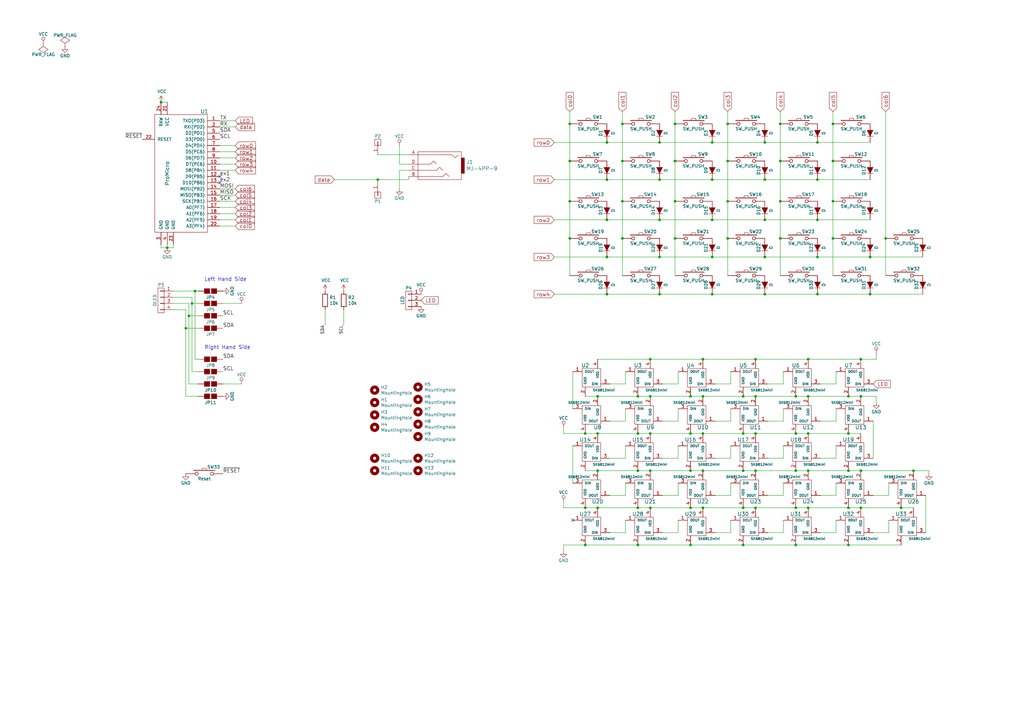
<source format=kicad_sch>
(kicad_sch (version 20211123) (generator eeschema)
  (paper "A3")
  (title_block (title "Helix HS Choc") (date "2021-12-27") (rev "v1.0") (comment 1 "Copyright © 2021 Cipulot") (comment 2 "MIT License"))
  (junction (at 288.29 208.28))
  (junction (at 261.62 177.8))
  (junction (at 341.63 66.04))
  (junction (at 331.47 193.04))
  (junction (at 347.98 162.56))
  (junction (at 276.86 97.79))
  (junction (at 347.98 177.8))
  (junction (at 304.8 162.56))
  (junction (at 270.51 58.42))
  (junction (at 363.22 97.79))
  (junction (at 369.57 208.28))
  (junction (at 298.45 97.79))
  (junction (at 335.28 58.42))
  (junction (at 261.62 193.04))
  (junction (at 255.27 82.55))
  (junction (at 356.87 120.65))
  (junction (at 248.92 58.42))
  (junction (at 276.86 82.55))
  (junction (at 335.28 120.65))
  (junction (at 248.92 120.65))
  (junction (at 353.06 193.04))
  (junction (at 270.51 120.65))
  (junction (at 320.04 50.8))
  (junction (at 270.51 73.66))
  (junction (at 255.27 66.04))
  (junction (at 347.98 208.28))
  (junction (at 309.88 147.32))
  (junction (at 233.68 97.79))
  (junction (at 298.45 82.55))
  (junction (at 276.86 50.8))
  (junction (at 266.7 208.28))
  (junction (at 283.21 177.8))
  (junction (at 76.2 134.62))
  (junction (at 255.27 50.8))
  (junction (at 335.28 90.17))
  (junction (at 313.69 120.65))
  (junction (at 292.1 105.41))
  (junction (at 78.74 124.46))
  (junction (at 313.69 58.42))
  (junction (at 313.69 73.66))
  (junction (at 248.92 73.66))
  (junction (at 356.87 105.41))
  (junction (at 80.01 119.38))
  (junction (at 266.7 193.04))
  (junction (at 66.04 41.91))
  (junction (at 304.8 223.52))
  (junction (at 270.51 90.17))
  (junction (at 298.45 66.04))
  (junction (at 288.29 162.56))
  (junction (at 353.06 147.32))
  (junction (at 240.03 208.28))
  (junction (at 304.8 193.04))
  (junction (at 326.39 177.8))
  (junction (at 326.39 223.52))
  (junction (at 248.92 90.17))
  (junction (at 248.92 105.41))
  (junction (at 331.47 147.32))
  (junction (at 276.86 66.04))
  (junction (at 270.51 105.41))
  (junction (at 353.06 208.28))
  (junction (at 341.63 50.8))
  (junction (at 304.8 208.28))
  (junction (at 298.45 50.8))
  (junction (at 374.65 193.04))
  (junction (at 266.7 147.32))
  (junction (at 245.11 162.56))
  (junction (at 320.04 82.55))
  (junction (at 309.88 162.56))
  (junction (at 240.03 177.8))
  (junction (at 335.28 73.66))
  (junction (at 304.8 177.8))
  (junction (at 326.39 162.56))
  (junction (at 77.47 129.54))
  (junction (at 245.11 193.04))
  (junction (at 331.47 208.28))
  (junction (at 261.62 208.28))
  (junction (at 335.28 105.41))
  (junction (at 233.68 50.8))
  (junction (at 320.04 97.79))
  (junction (at 341.63 82.55))
  (junction (at 233.68 66.04))
  (junction (at 255.27 97.79))
  (junction (at 288.29 193.04))
  (junction (at 261.62 162.56))
  (junction (at 341.63 97.79))
  (junction (at 288.29 177.8))
  (junction (at 283.21 208.28))
  (junction (at 233.68 82.55))
  (junction (at 309.88 193.04))
  (junction (at 266.7 162.56))
  (junction (at 292.1 120.65))
  (junction (at 347.98 193.04))
  (junction (at 261.62 223.52))
  (junction (at 245.11 208.28))
  (junction (at 331.47 177.8))
  (junction (at 240.03 223.52))
  (junction (at 68.58 101.6))
  (junction (at 313.69 90.17))
  (junction (at 266.7 177.8))
  (junction (at 283.21 223.52))
  (junction (at 347.98 223.52))
  (junction (at 292.1 58.42))
  (junction (at 326.39 193.04))
  (junction (at 292.1 73.66))
  (junction (at 326.39 208.28))
  (junction (at 288.29 147.32))
  (junction (at 245.11 177.8))
  (junction (at 283.21 162.56))
  (junction (at 309.88 177.8))
  (junction (at 353.06 162.56))
  (junction (at 283.21 193.04))
  (junction (at 320.04 66.04))
  (junction (at 309.88 208.28))
  (junction (at 313.69 105.41))
  (junction (at 331.47 162.56))
  (junction (at 292.1 90.17))
  (junction (at 154.94 73.66))
  (no_connect (at 90.17 74.93))
  (no_connect (at 90.17 72.39))
  (no_connect (at 234.95 213.36))
  (wire (pts (xy 347.98 177.8) (xy 353.06 177.8)))
  (wire (pts (xy 347.98 223.52) (xy 369.57 223.52)))
  (wire (pts (xy 81.28 129.54) (xy 77.47 129.54)))
  (wire (pts (xy 248.92 90.17) (xy 270.51 90.17)))
  (wire (pts (xy 266.7 193.04) (xy 261.62 193.04)))
  (wire (pts (xy 293.37 172.72) (xy 299.72 172.72)))
  (wire (pts (xy 299.72 152.4) (xy 299.72 157.48)))
  (wire (pts (xy 353.06 147.32) (xy 331.47 147.32)))
  (wire (pts (xy 363.22 97.79) (xy 363.22 113.03)))
  (wire (pts (xy 283.21 193.04) (xy 288.29 193.04)))
  (wire (pts (xy 66.04 100.33) (xy 66.04 101.6)))
  (wire (pts (xy 320.04 66.04) (xy 320.04 82.55)))
  (wire (pts (xy 304.8 177.8) (xy 309.88 177.8)))
  (wire (pts (xy 163.83 67.31) (xy 167.64 67.31)))
  (wire (pts (xy 381 193.04) (xy 374.65 193.04)))
  (wire (pts (xy 276.86 45.72) (xy 276.86 50.8)))
  (wire (pts (xy 245.11 147.32) (xy 266.7 147.32)))
  (wire (pts (xy 80.01 119.38) (xy 81.28 119.38)))
  (wire (pts (xy 331.47 147.32) (xy 309.88 147.32)))
  (wire (pts (xy 326.39 193.04) (xy 309.88 193.04)))
  (wire (pts (xy 283.21 162.56) (xy 288.29 162.56)))
  (wire (pts (xy 335.28 120.65) (xy 356.87 120.65)))
  (wire (pts (xy 363.22 45.72) (xy 363.22 97.79)))
  (wire (pts (xy 298.45 45.72) (xy 298.45 50.8)))
  (wire (pts (xy 320.04 50.8) (xy 320.04 66.04)))
  (wire (pts (xy 347.98 162.56) (xy 353.06 162.56)))
  (wire (pts (xy 76.2 127) (xy 76.2 134.62)))
  (wire (pts (xy 91.44 157.48) (xy 99.06 157.48)))
  (wire (pts (xy 341.63 97.79) (xy 341.63 113.03)))
  (wire (pts (xy 326.39 177.8) (xy 331.47 177.8)))
  (wire (pts (xy 245.11 162.56) (xy 261.62 162.56)))
  (wire (pts (xy 364.49 218.44) (xy 358.14 218.44)))
  (wire (pts (xy 321.31 157.48) (xy 314.96 157.48)))
  (wire (pts (xy 288.29 177.8) (xy 304.8 177.8)))
  (wire (pts (xy 227.33 90.17) (xy 248.92 90.17)))
  (wire (pts (xy 288.29 208.28) (xy 304.8 208.28)))
  (wire (pts (xy 341.63 50.8) (xy 341.63 66.04)))
  (wire (pts (xy 342.9 152.4) (xy 342.9 157.48)))
  (wire (pts (xy 283.21 223.52) (xy 304.8 223.52)))
  (wire (pts (xy 256.54 182.88) (xy 256.54 187.96)))
  (wire (pts (xy 299.72 203.2) (xy 299.72 198.12)))
  (wire (pts (xy 331.47 162.56) (xy 347.98 162.56)))
  (wire (pts (xy 276.86 66.04) (xy 276.86 82.55)))
  (wire (pts (xy 288.29 193.04) (xy 304.8 193.04)))
  (wire (pts (xy 234.95 167.64) (xy 234.95 152.4)))
  (wire (pts (xy 233.68 82.55) (xy 233.68 97.79)))
  (wire (pts (xy 271.78 172.72) (xy 278.13 172.72)))
  (wire (pts (xy 154.94 74.93) (xy 154.94 73.66)))
  (wire (pts (xy 90.17 67.31) (xy 96.52 67.31)))
  (wire (pts (xy 266.7 147.32) (xy 288.29 147.32)))
  (wire (pts (xy 342.9 187.96) (xy 336.55 187.96)))
  (wire (pts (xy 364.49 203.2) (xy 364.49 198.12)))
  (wire (pts (xy 71.12 119.38) (xy 80.01 119.38)))
  (wire (pts (xy 227.33 105.41) (xy 248.92 105.41)))
  (wire (pts (xy 266.7 208.28) (xy 261.62 208.28)))
  (wire (pts (xy 379.73 203.2) (xy 379.73 218.44)))
  (wire (pts (xy 320.04 45.72) (xy 320.04 50.8)))
  (wire (pts (xy 342.9 218.44) (xy 336.55 218.44)))
  (wire (pts (xy 270.51 58.42) (xy 292.1 58.42)))
  (wire (pts (xy 233.68 66.04) (xy 233.68 82.55)))
  (wire (pts (xy 266.7 177.8) (xy 283.21 177.8)))
  (wire (pts (xy 293.37 203.2) (xy 299.72 203.2)))
  (wire (pts (xy 304.8 162.56) (xy 309.88 162.56)))
  (wire (pts (xy 167.64 73.66) (xy 167.64 72.39)))
  (wire (pts (xy 358.14 203.2) (xy 364.49 203.2)))
  (wire (pts (xy 298.45 82.55) (xy 298.45 97.79)))
  (wire (pts (xy 245.11 208.28) (xy 261.62 208.28)))
  (wire (pts (xy 76.2 134.62) (xy 76.2 162.56)))
  (wire (pts (xy 255.27 45.72) (xy 255.27 50.8)))
  (wire (pts (xy 240.03 208.28) (xy 231.14 208.28)))
  (wire (pts (xy 331.47 193.04) (xy 326.39 193.04)))
  (wire (pts (xy 154.94 73.66) (xy 167.64 73.66)))
  (wire (pts (xy 292.1 120.65) (xy 313.69 120.65)))
  (wire (pts (xy 288.29 208.28) (xy 283.21 208.28)))
  (wire (pts (xy 250.19 203.2) (xy 256.54 203.2)))
  (wire (pts (xy 298.45 66.04) (xy 298.45 82.55)))
  (wire (pts (xy 270.51 73.66) (xy 292.1 73.66)))
  (wire (pts (xy 278.13 182.88) (xy 278.13 187.96)))
  (wire (pts (xy 231.14 177.8) (xy 240.03 177.8)))
  (wire (pts (xy 278.13 187.96) (xy 271.78 187.96)))
  (wire (pts (xy 321.31 187.96) (xy 314.96 187.96)))
  (wire (pts (xy 256.54 203.2) (xy 256.54 198.12)))
  (wire (pts (xy 326.39 223.52) (xy 347.98 223.52)))
  (wire (pts (xy 77.47 157.48) (xy 81.28 157.48)))
  (wire (pts (xy 90.17 92.71) (xy 96.52 92.71)))
  (wire (pts (xy 283.21 208.28) (xy 266.7 208.28)))
  (wire (pts (xy 270.51 90.17) (xy 292.1 90.17)))
  (wire (pts (xy 321.31 172.72) (xy 321.31 167.64)))
  (wire (pts (xy 320.04 97.79) (xy 320.04 113.03)))
  (wire (pts (xy 364.49 213.36) (xy 364.49 218.44)))
  (wire (pts (xy 278.13 203.2) (xy 278.13 198.12)))
  (wire (pts (xy 299.72 218.44) (xy 293.37 218.44)))
  (wire (pts (xy 96.52 62.23) (xy 90.17 62.23)))
  (wire (pts (xy 359.41 162.56) (xy 359.41 165.1)))
  (wire (pts (xy 292.1 58.42) (xy 313.69 58.42)))
  (wire (pts (xy 288.29 147.32) (xy 309.88 147.32)))
  (wire (pts (xy 309.88 193.04) (xy 304.8 193.04)))
  (wire (pts (xy 248.92 58.42) (xy 270.51 58.42)))
  (wire (pts (xy 374.65 193.04) (xy 353.06 193.04)))
  (wire (pts (xy 68.58 41.91) (xy 66.04 41.91)))
  (wire (pts (xy 90.17 85.09) (xy 96.52 85.09)))
  (wire (pts (xy 137.16 73.66) (xy 154.94 73.66)))
  (wire (pts (xy 140.97 127) (xy 140.97 133.35)))
  (wire (pts (xy 163.83 69.85) (xy 167.64 69.85)))
  (wire (pts (xy 68.58 100.33) (xy 68.58 101.6)))
  (wire (pts (xy 90.17 49.53) (xy 96.52 49.53)))
  (wire (pts (xy 233.68 97.79) (xy 233.68 113.03)))
  (wire (pts (xy 250.19 172.72) (xy 256.54 172.72)))
  (wire (pts (xy 356.87 120.65) (xy 378.46 120.65)))
  (wire (pts (xy 256.54 218.44) (xy 250.19 218.44)))
  (wire (pts (xy 313.69 73.66) (xy 335.28 73.66)))
  (wire (pts (xy 314.96 172.72) (xy 321.31 172.72)))
  (wire (pts (xy 71.12 101.6) (xy 71.12 100.33)))
  (wire (pts (xy 359.41 147.32) (xy 353.06 147.32)))
  (wire (pts (xy 331.47 177.8) (xy 347.98 177.8)))
  (wire (pts (xy 78.74 124.46) (xy 78.74 152.4)))
  (wire (pts (xy 313.69 105.41) (xy 335.28 105.41)))
  (wire (pts (xy 227.33 73.66) (xy 248.92 73.66)))
  (wire (pts (xy 66.04 101.6) (xy 68.58 101.6)))
  (wire (pts (xy 256.54 187.96) (xy 250.19 187.96)))
  (wire (pts (xy 231.14 175.26) (xy 231.14 177.8)))
  (wire (pts (xy 304.8 223.52) (xy 326.39 223.52)))
  (wire (pts (xy 77.47 124.46) (xy 77.47 129.54)))
  (wire (pts (xy 90.17 59.69) (xy 96.52 59.69)))
  (wire (pts (xy 298.45 97.79) (xy 298.45 113.03)))
  (wire (pts (xy 298.45 50.8) (xy 298.45 66.04)))
  (wire (pts (xy 278.13 152.4) (xy 278.13 157.48)))
  (wire (pts (xy 80.01 147.32) (xy 80.01 119.38)))
  (wire (pts (xy 261.62 162.56) (xy 266.7 162.56)))
  (wire (pts (xy 299.72 182.88) (xy 299.72 187.96)))
  (wire (pts (xy 90.17 52.07) (xy 96.52 52.07)))
  (wire (pts (xy 240.03 177.8) (xy 245.11 177.8)))
  (wire (pts (xy 320.04 82.55) (xy 320.04 97.79)))
  (wire (pts (xy 326.39 162.56) (xy 331.47 162.56)))
  (wire (pts (xy 278.13 213.36) (xy 278.13 218.44)))
  (wire (pts (xy 270.51 105.41) (xy 292.1 105.41)))
  (wire (pts (xy 326.39 208.28) (xy 309.88 208.28)))
  (wire (pts (xy 374.65 208.28) (xy 369.57 208.28)))
  (wire (pts (xy 90.17 90.17) (xy 96.52 90.17)))
  (wire (pts (xy 255.27 97.79) (xy 255.27 113.03)))
  (wire (pts (xy 347.98 193.04) (xy 331.47 193.04)))
  (wire (pts (xy 342.9 182.88) (xy 342.9 187.96)))
  (wire (pts (xy 81.28 134.62) (xy 76.2 134.62)))
  (wire (pts (xy 341.63 82.55) (xy 341.63 97.79)))
  (wire (pts (xy 78.74 152.4) (xy 81.28 152.4)))
  (wire (pts (xy 313.69 58.42) (xy 335.28 58.42)))
  (wire (pts (xy 356.87 105.41) (xy 378.46 105.41)))
  (wire (pts (xy 335.28 73.66) (xy 356.87 73.66)))
  (wire (pts (xy 163.83 59.69) (xy 163.83 67.31)))
  (wire (pts (xy 278.13 218.44) (xy 271.78 218.44)))
  (wire (pts (xy 276.86 97.79) (xy 276.86 113.03)))
  (wire (pts (xy 299.72 213.36) (xy 299.72 218.44)))
  (wire (pts (xy 261.62 177.8) (xy 266.7 177.8)))
  (wire (pts (xy 313.69 120.65) (xy 335.28 120.65)))
  (wire (pts (xy 369.57 208.28) (xy 353.06 208.28)))
  (wire (pts (xy 261.62 223.52) (xy 283.21 223.52)))
  (wire (pts (xy 342.9 203.2) (xy 342.9 198.12)))
  (wire (pts (xy 248.92 73.66) (xy 270.51 73.66)))
  (wire (pts (xy 248.92 120.65) (xy 270.51 120.65)))
  (wire (pts (xy 245.11 193.04) (xy 240.03 193.04)))
  (wire (pts (xy 163.83 77.47) (xy 163.83 69.85)))
  (wire (pts (xy 292.1 73.66) (xy 313.69 73.66)))
  (wire (pts (xy 90.17 80.01) (xy 96.52 80.01)))
  (wire (pts (xy 256.54 152.4) (xy 256.54 157.48)))
  (wire (pts (xy 342.9 172.72) (xy 342.9 167.64)))
  (wire (pts (xy 240.03 162.56) (xy 245.11 162.56)))
  (wire (pts (xy 299.72 157.48) (xy 293.37 157.48)))
  (wire (pts (xy 342.9 157.48) (xy 336.55 157.48)))
  (wire (pts (xy 256.54 172.72) (xy 256.54 167.64)))
  (wire (pts (xy 299.72 172.72) (xy 299.72 167.64)))
  (wire (pts (xy 81.28 147.32) (xy 80.01 147.32)))
  (wire (pts (xy 245.11 177.8) (xy 261.62 177.8)))
  (wire (pts (xy 292.1 105.41) (xy 313.69 105.41)))
  (wire (pts (xy 248.92 105.41) (xy 270.51 105.41)))
  (wire (pts (xy 292.1 90.17) (xy 313.69 90.17)))
  (wire (pts (xy 231.14 223.52) (xy 240.03 223.52)))
  (wire (pts (xy 359.41 147.32) (xy 359.41 144.78)))
  (wire (pts (xy 335.28 105.41) (xy 356.87 105.41)))
  (wire (pts (xy 133.35 127) (xy 133.35 133.35)))
  (wire (pts (xy 91.44 124.46) (xy 99.06 124.46)))
  (wire (pts (xy 240.03 223.52) (xy 261.62 223.52)))
  (wire (pts (xy 245.11 208.28) (xy 240.03 208.28)))
  (wire (pts (xy 90.17 87.63) (xy 96.52 87.63)))
  (wire (pts (xy 233.68 45.72) (xy 233.68 50.8)))
  (wire (pts (xy 276.86 50.8) (xy 276.86 66.04)))
  (wire (pts (xy 255.27 66.04) (xy 255.27 82.55)))
  (wire (pts (xy 271.78 203.2) (xy 278.13 203.2)))
  (wire (pts (xy 309.88 177.8) (xy 326.39 177.8)))
  (wire (pts (xy 261.62 193.04) (xy 245.11 193.04)))
  (wire (pts (xy 347.98 208.28) (xy 331.47 208.28)))
  (wire (pts (xy 276.86 82.55) (xy 276.86 97.79)))
  (wire (pts (xy 234.95 182.88) (xy 234.95 198.12)))
  (wire (pts (xy 71.12 124.46) (xy 77.47 124.46)))
  (wire (pts (xy 353.06 193.04) (xy 347.98 193.04)))
  (wire (pts (xy 231.14 223.52) (xy 231.14 226.06)))
  (wire (pts (xy 90.17 64.77) (xy 96.52 64.77)))
  (wire (pts (xy 78.74 121.92) (xy 71.12 121.92)))
  (wire (pts (xy 341.63 66.04) (xy 341.63 82.55)))
  (wire (pts (xy 90.17 82.55) (xy 96.52 82.55)))
  (wire (pts (xy 255.27 82.55) (xy 255.27 97.79)))
  (wire (pts (xy 78.74 121.92) (xy 78.74 124.46)))
  (wire (pts (xy 309.88 162.56) (xy 326.39 162.56)))
  (wire (pts (xy 283.21 162.56) (xy 266.7 162.56)))
  (wire (pts (xy 256.54 157.48) (xy 250.19 157.48)))
  (wire (pts (xy 255.27 50.8) (xy 255.27 66.04)))
  (wire (pts (xy 381 193.04) (xy 381 194.31)))
  (wire (pts (xy 335.28 90.17) (xy 356.87 90.17)))
  (wire (pts (xy 336.55 203.2) (xy 342.9 203.2)))
  (wire (pts (xy 321.31 182.88) (xy 321.31 187.96)))
  (wire (pts (xy 256.54 213.36) (xy 256.54 218.44)))
  (wire (pts (xy 321.31 152.4) (xy 321.31 157.48)))
  (wire (pts (xy 358.14 172.72) (xy 358.14 187.96)))
  (wire (pts (xy 233.68 50.8) (xy 233.68 66.04)))
  (wire (pts (xy 314.96 203.2) (xy 321.31 203.2)))
  (wire (pts (xy 90.17 77.47) (xy 96.52 77.47)))
  (wire (pts (xy 353.06 208.28) (xy 347.98 208.28)))
  (wire (pts (xy 231.14 208.28) (xy 231.14 205.74)))
  (wire (pts (xy 342.9 213.36) (xy 342.9 218.44)))
  (wire (pts (xy 299.72 187.96) (xy 293.37 187.96)))
  (wire (pts (xy 270.51 120.65) (xy 292.1 120.65)))
  (wire (pts (xy 71.12 127) (xy 76.2 127)))
  (wire (pts (xy 335.28 58.42) (xy 356.87 58.42)))
  (wire (pts (xy 68.58 101.6) (xy 71.12 101.6)))
  (wire (pts (xy 331.47 208.28) (xy 326.39 208.28)))
  (wire (pts (xy 77.47 129.54) (xy 77.47 157.48)))
  (wire (pts (xy 288.29 162.56) (xy 304.8 162.56)))
  (wire (pts (xy 154.94 63.5) (xy 167.64 63.5)))
  (wire (pts (xy 283.21 193.04) (xy 266.7 193.04)))
  (wire (pts (xy 278.13 157.48) (xy 271.78 157.48)))
  (wire (pts (xy 353.06 162.56) (xy 359.41 162.56)))
  (wire (pts (xy 321.31 218.44) (xy 314.96 218.44)))
  (wire (pts (xy 90.17 69.85) (xy 96.52 69.85)))
  (wire (pts (xy 336.55 172.72) (xy 342.9 172.72)))
  (wire (pts (xy 313.69 90.17) (xy 335.28 90.17)))
  (wire (pts (xy 278.13 172.72) (xy 278.13 167.64)))
  (wire (pts (xy 227.33 120.65) (xy 248.92 120.65)))
  (wire (pts (xy 227.33 58.42) (xy 248.92 58.42)))
  (wire (pts (xy 341.63 45.72) (xy 341.63 50.8)))
  (wire (pts (xy 321.31 203.2) (xy 321.31 198.12)))
  (wire (pts (xy 76.2 162.56) (xy 81.28 162.56)))
  (wire (pts (xy 288.29 177.8) (xy 283.21 177.8)))
  (wire (pts (xy 309.88 208.28) (xy 304.8 208.28)))
  (wire (pts (xy 321.31 213.36) (xy 321.31 218.44)))
  (wire (pts (xy 81.28 124.46) (xy 78.74 124.46)))
  (text "Left Hand Side" (at 83.82 115.57 0) (effects (font (size 1.524 1.524)) (justify left bottom)))
  (text "Right Hand Side" (at 83.82 143.51 0) (effects (font (size 1.524 1.524)) (justify left bottom)))
  (label "SCL" (at 91.44 129.54 0) (effects (font (size 1.524 1.524))))
  (label "SDA" (at 90.17 54.61 0) (effects (font (size 1.524 1.524))))
  (label "~{RESET}" (at 58.42 57.15 180) (effects (font (size 1.524 1.524))))
  (label "SDA" (at 91.44 134.62 0) (effects (font (size 1.524 1.524))))
  (label "ex1" (at 90.17 72.39 0) (effects (font (size 1.524 1.524))))
  (label "SDA" (at 91.44 147.32 0) (effects (font (size 1.524 1.524))))
  (label "SCL" (at 90.17 57.15 0) (effects (font (size 1.524 1.524))))
  (label "TX" (at 90.17 49.53 0) (effects (font (size 1.524 1.524))))
  (label "~{RESET}" (at 91.44 194.31 0) (effects (font (size 1.524 1.524))))
  (label "SCL" (at 91.44 152.4 0) (effects (font (size 1.524 1.524))))
  (label "ex2" (at 90.17 74.93 0) (effects (font (size 1.524 1.524))))
  (label "MOSI" (at 90.17 77.47 0) (effects (font (size 1.524 1.524))))
  (label "SCK" (at 90.17 82.55 0) (effects (font (size 1.524 1.524))))
  (label "SDA" (at 133.35 133.35 270))
  (label "RX" (at 90.17 52.07 0) (effects (font (size 1.524 1.524))))
  (label "MISO" (at 90.17 80.01 0) (effects (font (size 1.524 1.524))))
  (label "SCL" (at 140.97 133.35 270))
  (global_label "col6" (shape input) (at 96.52 77.47 0) (effects (font (size 1.524 1.524))) (property "Intersheet References" "${INTERSHEET_REFS}" (effects hide)))
  (global_label "col3" (shape input) (at 298.45 45.72 90) (effects (font (size 1.524 1.524))) (property "Intersheet References" "${INTERSHEET_REFS}" (effects hide)))
  (global_label "col2" (shape input) (at 96.52 87.63 0) (effects (font (size 1.524 1.524))) (property "Intersheet References" "${INTERSHEET_REFS}" (effects hide)))
  (global_label "col4" (shape input) (at 96.52 82.55 0) (effects (font (size 1.524 1.524))) (property "Intersheet References" "${INTERSHEET_REFS}" (effects hide)))
  (global_label "row0" (shape input) (at 227.33 58.42 180) (effects (font (size 1.524 1.524))) (property "Intersheet References" "${INTERSHEET_REFS}" (effects hide)))
  (global_label "row3" (shape input) (at 227.33 105.41 180) (effects (font (size 1.524 1.524))) (property "Intersheet References" "${INTERSHEET_REFS}" (effects hide)))
  (global_label "row4" (shape input) (at 96.52 69.85 0) (effects (font (size 1.524 1.524))) (property "Intersheet References" "${INTERSHEET_REFS}" (effects hide)))
  (global_label "LED" (shape input) (at 96.52 49.53 0) (effects (font (size 1.524 1.524))) (property "Intersheet References" "${INTERSHEET_REFS}" (effects hide)))
  (global_label "col5" (shape input) (at 341.63 45.72 90) (effects (font (size 1.524 1.524))) (property "Intersheet References" "${INTERSHEET_REFS}" (effects hide)))
  (global_label "LED" (shape input) (at 358.14 157.48 0) (effects (font (size 1.524 1.524))) (property "Intersheet References" "${INTERSHEET_REFS}" (effects hide)))
  (global_label "row2" (shape input) (at 227.33 90.17 180) (effects (font (size 1.524 1.524))) (property "Intersheet References" "${INTERSHEET_REFS}" (effects hide)))
  (global_label "col1" (shape input) (at 255.27 45.72 90) (effects (font (size 1.524 1.524))) (property "Intersheet References" "${INTERSHEET_REFS}" (effects hide)))
  (global_label "col4" (shape input) (at 320.04 45.72 90) (effects (font (size 1.524 1.524))) (property "Intersheet References" "${INTERSHEET_REFS}" (effects hide)))
  (global_label "col5" (shape input) (at 96.52 80.01 0) (effects (font (size 1.524 1.524))) (property "Intersheet References" "${INTERSHEET_REFS}" (effects hide)))
  (global_label "col0" (shape input) (at 233.68 45.72 90) (effects (font (size 1.524 1.524))) (property "Intersheet References" "${INTERSHEET_REFS}" (effects hide)))
  (global_label "row2" (shape input) (at 96.52 64.77 0) (effects (font (size 1.524 1.524))) (property "Intersheet References" "${INTERSHEET_REFS}" (effects hide)))
  (global_label "row3" (shape input) (at 96.52 67.31 0) (effects (font (size 1.524 1.524))) (property "Intersheet References" "${INTERSHEET_REFS}" (effects hide)))
  (global_label "col2" (shape input) (at 276.86 45.72 90) (effects (font (size 1.524 1.524))) (property "Intersheet References" "${INTERSHEET_REFS}" (effects hide)))
  (global_label "col1" (shape input) (at 96.52 90.17 0) (effects (font (size 1.524 1.524))) (property "Intersheet References" "${INTERSHEET_REFS}" (effects hide)))
  (global_label "row4" (shape input) (at 227.33 120.65 180) (effects (font (size 1.524 1.524))) (property "Intersheet References" "${INTERSHEET_REFS}" (effects hide)))
  (global_label "row0" (shape input) (at 96.52 59.69 0) (effects (font (size 1.524 1.524))) (property "Intersheet References" "${INTERSHEET_REFS}" (effects hide)))
  (global_label "data" (shape input) (at 137.16 73.66 180) (effects (font (size 1.524 1.524))) (property "Intersheet References" "${INTERSHEET_REFS}" (effects hide)))
  (global_label "data" (shape input) (at 96.52 52.07 0) (effects (font (size 1.524 1.524))) (property "Intersheet References" "${INTERSHEET_REFS}" (effects hide)))
  (global_label "col3" (shape input) (at 96.52 85.09 0) (effects (font (size 1.524 1.524))) (property "Intersheet References" "${INTERSHEET_REFS}" (effects hide)))
  (global_label "col6" (shape input) (at 363.22 45.72 90) (effects (font (size 1.524 1.524))) (property "Intersheet References" "${INTERSHEET_REFS}" (effects hide)))
  (global_label "col0" (shape input) (at 96.52 92.71 0) (effects (font (size 1.524 1.524))) (property "Intersheet References" "${INTERSHEET_REFS}" (effects hide)))
  (global_label "LED" (shape input) (at 172.72 123.19 0) (effects (font (size 1.524 1.524))) (property "Intersheet References" "${INTERSHEET_REFS}" (effects hide)))
  (global_label "row1" (shape input) (at 96.52 62.23 0) (effects (font (size 1.524 1.524))) (property "Intersheet References" "${INTERSHEET_REFS}" (effects hide)))
  (global_label "row1" (shape input) (at 227.33 73.66 180) (effects (font (size 1.524 1.524))) (property "Intersheet References" "${INTERSHEET_REFS}" (effects hide)))
  (symbol (lib_id "helixhschoc-rescue:ProMicro") (at 73.66 71.12 0) (unit 1)
    (property "Reference" "U1" (at 83.82 45.72 0) (effects (font (size 1.524 1.524))))
    (property "Value" "ProMicro" (at 68.58 71.12 90) (effects (font (size 1.524 1.524))))
    (property "Footprint" "cipulot_parts:Sparkfun_Pro_Micro_reversible" (effects hide))
  )
  (symbol (lib_id "helixhschoc-rescue:SW_PUSH") (at 241.3 50.8 0) (unit 1)
    (property "Reference" "SW1" (at 245.11 48.006 0))
    (property "Value" "SW_PUSH" (at 241.3 52.832 0))
    (property "Footprint" "cipulot_parts:Kailh_socket_PG1350_reversible_LEFT_nosilkangle" (effects hide))
  )
  (symbol (lib_id "helixhschoc-rescue:D") (at 248.92 54.61 90) (unit 1)
    (property "Reference" "D1" (at 246.38 54.61 0))
    (property "Value" "D" (at 251.46 54.61 0))
    (property "Footprint" "cipulot_parts:D_SOD-123_dual_reversed" (effects hide))
  )
  (symbol (lib_id "helixhschoc-rescue:SW_PUSH") (at 262.89 50.8 0) (unit 1)
    (property "Reference" "SW2" (at 266.7 48.006 0))
    (property "Value" "SW_PUSH" (at 262.89 52.832 0))
    (property "Footprint" "cipulot_parts:Kailh_socket_PG1350_reversible_LEFT_nosilkangle" (effects hide))
  )
  (symbol (lib_id "helixhschoc-rescue:D") (at 270.51 54.61 90) (unit 1)
    (property "Reference" "D2" (at 267.97 54.61 0))
    (property "Value" "D" (at 273.05 54.61 0))
    (property "Footprint" "cipulot_parts:D_SOD-123_dual_reversed" (effects hide))
  )
  (symbol (lib_id "helixhschoc-rescue:SW_PUSH") (at 284.48 50.8 0) (unit 1)
    (property "Reference" "SW3" (at 288.29 48.006 0))
    (property "Value" "SW_PUSH" (at 284.48 52.832 0))
    (property "Footprint" "cipulot_parts:Kailh_socket_PG1350_reversible_LEFT_nosilkangle" (effects hide))
  )
  (symbol (lib_id "helixhschoc-rescue:D") (at 292.1 54.61 90) (unit 1)
    (property "Reference" "D3" (at 289.56 54.61 0))
    (property "Value" "D" (at 294.64 54.61 0))
    (property "Footprint" "cipulot_parts:D_SOD-123_dual_reversed" (effects hide))
  )
  (symbol (lib_id "helixhschoc-rescue:SW_PUSH") (at 306.07 50.8 0) (unit 1)
    (property "Reference" "SW4" (at 309.88 48.006 0))
    (property "Value" "SW_PUSH" (at 306.07 52.832 0))
    (property "Footprint" "cipulot_parts:Kailh_socket_PG1350_reversible_LEFT_nosilkangle" (effects hide))
  )
  (symbol (lib_id "helixhschoc-rescue:D") (at 313.69 54.61 90) (unit 1)
    (property "Reference" "D4" (at 311.15 54.61 0))
    (property "Value" "D" (at 316.23 54.61 0))
    (property "Footprint" "cipulot_parts:D_SOD-123_dual_reversed" (effects hide))
  )
  (symbol (lib_id "helixhschoc-rescue:SW_PUSH") (at 327.66 50.8 0) (unit 1)
    (property "Reference" "SW5" (at 331.47 48.006 0))
    (property "Value" "SW_PUSH" (at 327.66 52.832 0))
    (property "Footprint" "cipulot_parts:Kailh_socket_PG1350_reversible_LEFT_nosilkangle" (effects hide))
  )
  (symbol (lib_id "helixhschoc-rescue:D") (at 335.28 54.61 90) (unit 1)
    (property "Reference" "D5" (at 332.74 54.61 0))
    (property "Value" "D" (at 337.82 54.61 0))
    (property "Footprint" "cipulot_parts:D_SOD-123_dual_reversed" (effects hide))
  )
  (symbol (lib_id "helixhschoc-rescue:SW_PUSH") (at 349.25 50.8 0) (unit 1)
    (property "Reference" "SW6" (at 353.06 48.006 0))
    (property "Value" "SW_PUSH" (at 349.25 52.832 0))
    (property "Footprint" "cipulot_parts:Kailh_socket_PG1350_reversible_LEFT_nosilkangle" (effects hide))
  )
  (symbol (lib_id "helixhschoc-rescue:D") (at 356.87 54.61 90) (unit 1)
    (property "Reference" "D6" (at 354.33 54.61 0))
    (property "Value" "D" (at 359.41 54.61 0))
    (property "Footprint" "cipulot_parts:D_SOD-123_dual_reversed" (effects hide))
  )
  (symbol (lib_id "helixhschoc-rescue:SW_PUSH") (at 241.3 66.04 0) (unit 1)
    (property "Reference" "SW7" (at 245.11 63.246 0))
    (property "Value" "SW_PUSH" (at 241.3 68.072 0))
    (property "Footprint" "cipulot_parts:Kailh_socket_PG1350_reversible_LEFT_nosilkangle" (effects hide))
  )
  (symbol (lib_id "helixhschoc-rescue:D") (at 248.92 69.85 90) (unit 1)
    (property "Reference" "D7" (at 246.38 69.85 0))
    (property "Value" "D" (at 251.46 69.85 0))
    (property "Footprint" "cipulot_parts:D_SOD-123_dual_reversed" (effects hide))
  )
  (symbol (lib_id "helixhschoc-rescue:SW_PUSH") (at 262.89 66.04 0) (unit 1)
    (property "Reference" "SW8" (at 266.7 63.246 0))
    (property "Value" "SW_PUSH" (at 262.89 68.072 0))
    (property "Footprint" "cipulot_parts:Kailh_socket_PG1350_reversible_LEFT_nosilkangle" (effects hide))
  )
  (symbol (lib_id "helixhschoc-rescue:D") (at 270.51 69.85 90) (unit 1)
    (property "Reference" "D8" (at 267.97 69.85 0))
    (property "Value" "D" (at 273.05 69.85 0))
    (property "Footprint" "cipulot_parts:D_SOD-123_dual_reversed" (effects hide))
  )
  (symbol (lib_id "helixhschoc-rescue:SW_PUSH") (at 284.48 66.04 0) (unit 1)
    (property "Reference" "SW9" (at 288.29 63.246 0))
    (property "Value" "SW_PUSH" (at 284.48 68.072 0))
    (property "Footprint" "cipulot_parts:Kailh_socket_PG1350_reversible_LEFT_nosilkangle" (effects hide))
  )
  (symbol (lib_id "helixhschoc-rescue:D") (at 292.1 69.85 90) (unit 1)
    (property "Reference" "D9" (at 289.56 69.85 0))
    (property "Value" "D" (at 294.64 69.85 0))
    (property "Footprint" "cipulot_parts:D_SOD-123_dual_reversed" (effects hide))
  )
  (symbol (lib_id "helixhschoc-rescue:SW_PUSH") (at 306.07 66.04 0) (unit 1)
    (property "Reference" "SW10" (at 309.88 63.246 0))
    (property "Value" "SW_PUSH" (at 306.07 68.072 0))
    (property "Footprint" "cipulot_parts:Kailh_socket_PG1350_reversible_LEFT_nosilkangle" (effects hide))
  )
  (symbol (lib_id "helixhschoc-rescue:D") (at 313.69 69.85 90) (unit 1)
    (property "Reference" "D10" (at 311.15 69.85 0))
    (property "Value" "D" (at 316.23 69.85 0))
    (property "Footprint" "cipulot_parts:D_SOD-123_dual_reversed" (effects hide))
  )
  (symbol (lib_id "helixhschoc-rescue:SW_PUSH") (at 327.66 66.04 0) (unit 1)
    (property "Reference" "SW11" (at 331.47 63.246 0))
    (property "Value" "SW_PUSH" (at 327.66 68.072 0))
    (property "Footprint" "cipulot_parts:Kailh_socket_PG1350_reversible_LEFT_nosilkangle" (effects hide))
  )
  (symbol (lib_id "helixhschoc-rescue:D") (at 335.28 69.85 90) (unit 1)
    (property "Reference" "D11" (at 332.74 69.85 0))
    (property "Value" "D" (at 337.82 69.85 0))
    (property "Footprint" "cipulot_parts:D_SOD-123_dual_reversed" (effects hide))
  )
  (symbol (lib_id "helixhschoc-rescue:SW_PUSH") (at 349.25 66.04 0) (unit 1)
    (property "Reference" "SW12" (at 353.06 63.246 0))
    (property "Value" "SW_PUSH" (at 349.25 68.072 0))
    (property "Footprint" "cipulot_parts:Kailh_socket_PG1350_reversible_LEFT_nosilkangle" (effects hide))
  )
  (symbol (lib_id "helixhschoc-rescue:D") (at 356.87 69.85 90) (unit 1)
    (property "Reference" "D12" (at 354.33 69.85 0))
    (property "Value" "D" (at 359.41 69.85 0))
    (property "Footprint" "cipulot_parts:D_SOD-123_dual_reversed" (effects hide))
  )
  (symbol (lib_id "helixhschoc-rescue:SW_PUSH") (at 241.3 82.55 0) (unit 1)
    (property "Reference" "SW13" (at 245.11 79.756 0))
    (property "Value" "SW_PUSH" (at 241.3 84.582 0))
    (property "Footprint" "cipulot_parts:Kailh_socket_PG1350_reversible_LEFT_nosilkangle" (effects hide))
  )
  (symbol (lib_id "helixhschoc-rescue:D") (at 248.92 86.36 90) (unit 1)
    (property "Reference" "D13" (at 246.38 86.36 0))
    (property "Value" "D" (at 251.46 86.36 0))
    (property "Footprint" "cipulot_parts:D_SOD-123_dual_reversed" (effects hide))
  )
  (symbol (lib_id "helixhschoc-rescue:SW_PUSH") (at 262.89 82.55 0) (unit 1)
    (property "Reference" "SW14" (at 266.7 79.756 0))
    (property "Value" "SW_PUSH" (at 262.89 84.582 0))
    (property "Footprint" "cipulot_parts:Kailh_socket_PG1350_reversible_LEFT_nosilkangle" (effects hide))
  )
  (symbol (lib_id "helixhschoc-rescue:D") (at 270.51 86.36 90) (unit 1)
    (property "Reference" "D14" (at 267.97 86.36 0))
    (property "Value" "D" (at 273.05 86.36 0))
    (property "Footprint" "cipulot_parts:D_SOD-123_dual_reversed" (effects hide))
  )
  (symbol (lib_id "helixhschoc-rescue:SW_PUSH") (at 284.48 82.55 0) (unit 1)
    (property "Reference" "SW15" (at 288.29 79.756 0))
    (property "Value" "SW_PUSH" (at 284.48 84.582 0))
    (property "Footprint" "cipulot_parts:Kailh_socket_PG1350_reversible_LEFT_nosilkangle" (effects hide))
  )
  (symbol (lib_id "helixhschoc-rescue:D") (at 292.1 86.36 90) (unit 1)
    (property "Reference" "D15" (at 289.56 86.36 0))
    (property "Value" "D" (at 294.64 86.36 0))
    (property "Footprint" "cipulot_parts:D_SOD-123_dual_reversed" (effects hide))
  )
  (symbol (lib_id "helixhschoc-rescue:SW_PUSH") (at 306.07 82.55 0) (unit 1)
    (property "Reference" "SW16" (at 309.88 79.756 0))
    (property "Value" "SW_PUSH" (at 306.07 84.582 0))
    (property "Footprint" "cipulot_parts:Kailh_socket_PG1350_reversible_LEFT_nosilkangle" (effects hide))
  )
  (symbol (lib_id "helixhschoc-rescue:D") (at 313.69 86.36 90) (unit 1)
    (property "Reference" "D16" (at 311.15 86.36 0))
    (property "Value" "D" (at 316.23 86.36 0))
    (property "Footprint" "cipulot_parts:D_SOD-123_dual_reversed" (effects hide))
  )
  (symbol (lib_id "helixhschoc-rescue:SW_PUSH") (at 327.66 82.55 0) (unit 1)
    (property "Reference" "SW17" (at 331.47 79.756 0))
    (property "Value" "SW_PUSH" (at 327.66 84.582 0))
    (property "Footprint" "cipulot_parts:Kailh_socket_PG1350_reversible_LEFT_nosilkangle" (effects hide))
  )
  (symbol (lib_id "helixhschoc-rescue:D") (at 335.28 86.36 90) (unit 1)
    (property "Reference" "D17" (at 332.74 86.36 0))
    (property "Value" "D" (at 337.82 86.36 0))
    (property "Footprint" "cipulot_parts:D_SOD-123_dual_reversed" (effects hide))
  )
  (symbol (lib_id "helixhschoc-rescue:SW_PUSH") (at 349.25 82.55 0) (unit 1)
    (property "Reference" "SW18" (at 353.06 79.756 0))
    (property "Value" "SW_PUSH" (at 349.25 84.582 0))
    (property "Footprint" "cipulot_parts:Kailh_socket_PG1350_reversible_LEFT_nosilkangle" (effects hide))
  )
  (symbol (lib_id "helixhschoc-rescue:D") (at 356.87 86.36 90) (unit 1)
    (property "Reference" "D18" (at 354.33 86.36 0))
    (property "Value" "D" (at 359.41 86.36 0))
    (property "Footprint" "cipulot_parts:D_SOD-123_dual_reversed" (effects hide))
  )
  (symbol (lib_id "helixhschoc-rescue:SW_PUSH") (at 241.3 97.79 0) (unit 1)
    (property "Reference" "SW19" (at 245.11 94.996 0))
    (property "Value" "SW_PUSH" (at 241.3 99.822 0))
    (property "Footprint" "cipulot_parts:Kailh_socket_PG1350_reversible_LEFT_nosilkangle" (effects hide))
  )
  (symbol (lib_id "helixhschoc-rescue:D") (at 248.92 101.6 90) (unit 1)
    (property "Reference" "D19" (at 246.38 101.6 0))
    (property "Value" "D" (at 251.46 101.6 0))
    (property "Footprint" "cipulot_parts:D_SOD-123_dual_reversed" (effects hide))
  )
  (symbol (lib_id "helixhschoc-rescue:SW_PUSH") (at 262.89 97.79 0) (unit 1)
    (property "Reference" "SW20" (at 266.7 94.996 0))
    (property "Value" "SW_PUSH" (at 262.89 99.822 0))
    (property "Footprint" "cipulot_parts:Kailh_socket_PG1350_reversible_LEFT_nosilkangle" (effects hide))
  )
  (symbol (lib_id "helixhschoc-rescue:D") (at 270.51 101.6 90) (unit 1)
    (property "Reference" "D20" (at 267.97 101.6 0))
    (property "Value" "D" (at 273.05 101.6 0))
    (property "Footprint" "cipulot_parts:D_SOD-123_dual_reversed" (effects hide))
  )
  (symbol (lib_id "helixhschoc-rescue:SW_PUSH") (at 284.48 97.79 0) (unit 1)
    (property "Reference" "SW21" (at 288.29 94.996 0))
    (property "Value" "SW_PUSH" (at 284.48 99.822 0))
    (property "Footprint" "cipulot_parts:Kailh_socket_PG1350_reversible_LEFT_nosilkangle" (effects hide))
  )
  (symbol (lib_id "helixhschoc-rescue:D") (at 292.1 101.6 90) (unit 1)
    (property "Reference" "D21" (at 289.56 101.6 0))
    (property "Value" "D" (at 294.64 101.6 0))
    (property "Footprint" "cipulot_parts:D_SOD-123_dual_reversed" (effects hide))
  )
  (symbol (lib_id "helixhschoc-rescue:SW_PUSH") (at 306.07 97.79 0) (unit 1)
    (property "Reference" "SW22" (at 309.88 94.996 0))
    (property "Value" "SW_PUSH" (at 306.07 99.822 0))
    (property "Footprint" "cipulot_parts:Kailh_socket_PG1350_reversible_LEFT_nosilkangle" (effects hide))
  )
  (symbol (lib_id "helixhschoc-rescue:D") (at 313.69 101.6 90) (unit 1)
    (property "Reference" "D22" (at 311.15 101.6 0))
    (property "Value" "D" (at 316.23 101.6 0))
    (property "Footprint" "cipulot_parts:D_SOD-123_dual_reversed" (effects hide))
  )
  (symbol (lib_id "helixhschoc-rescue:SW_PUSH") (at 327.66 97.79 0) (unit 1)
    (property "Reference" "SW23" (at 331.47 94.996 0))
    (property "Value" "SW_PUSH" (at 327.66 99.822 0))
    (property "Footprint" "cipulot_parts:Kailh_socket_PG1350_reversible_LEFT_nosilkangle" (effects hide))
  )
  (symbol (lib_id "helixhschoc-rescue:D") (at 335.28 101.6 90) (unit 1)
    (property "Reference" "D23" (at 332.74 101.6 0))
    (property "Value" "D" (at 337.82 101.6 0))
    (property "Footprint" "cipulot_parts:D_SOD-123_dual_reversed" (effects hide))
  )
  (symbol (lib_id "helixhschoc-rescue:SW_PUSH") (at 349.25 97.79 0) (unit 1)
    (property "Reference" "SW24" (at 353.06 94.996 0))
    (property "Value" "SW_PUSH" (at 349.25 99.822 0))
    (property "Footprint" "cipulot_parts:Kailh_socket_PG1350_reversible_LEFT_nosilkangle" (effects hide))
  )
  (symbol (lib_id "helixhschoc-rescue:D") (at 356.87 101.6 90) (unit 1)
    (property "Reference" "D24" (at 354.33 101.6 0))
    (property "Value" "D" (at 359.41 101.6 0))
    (property "Footprint" "cipulot_parts:D_SOD-123_dual_reversed" (effects hide))
  )
  (symbol (lib_id "helixhschoc-rescue:SW_PUSH") (at 83.82 194.31 0) (unit 1)
    (property "Reference" "SW33" (at 87.63 191.516 0))
    (property "Value" "Reset" (at 83.82 196.342 0))
    (property "Footprint" "cipulot_parts:SW_3.5x6.0_TH" (effects hide))
  )
  (symbol (lib_id "helixhschoc-rescue:GND") (at 76.2 194.31 0) (unit 1)
    (property "Reference" "#PWR01" (effects hide))
    (property "Value" "GND" (at 76.2 198.12 0))
  )
  (symbol (lib_id "helixhschoc-rescue:GND") (at 68.58 101.6 0) (unit 1)
    (property "Reference" "#PWR03" (effects hide))
    (property "Value" "GND" (at 68.58 105.41 0))
  )
  (symbol (lib_id "helixhschoc-rescue:CONN_01X04") (at 66.04 123.19 0) (mirror y) (unit 1)
    (property "Reference" "P3" (at 66.04 116.84 0))
    (property "Value" "OLED" (at 63.5 123.19 90))
    (property "Footprint" "cipulot_parts:OLED_Small" (effects hide))
  )
  (symbol (lib_id "helixhschoc-rescue:GND") (at 91.44 119.38 90) (unit 1)
    (property "Reference" "#PWR08" (effects hide))
    (property "Value" "GND" (at 95.25 119.38 0))
  )
  (symbol (lib_id "helixhschoc-rescue:VCC") (at 99.06 124.46 0) (unit 1)
    (property "Reference" "#PWR09" (effects hide))
    (property "Value" "VCC" (at 99.06 120.65 0))
  )
  (symbol (lib_id "helixhschoc-rescue:VCC") (at 17.78 17.78 0) (unit 1)
    (property "Reference" "#PWR010" (effects hide))
    (property "Value" "VCC" (at 17.78 13.97 0))
  )
  (symbol (lib_id "helixhschoc-rescue:GND") (at 26.67 19.05 0) (unit 1)
    (property "Reference" "#PWR011" (effects hide))
    (property "Value" "GND" (at 26.67 22.86 0))
  )
  (symbol (lib_id "helixhschoc-rescue:PWR_FLAG") (at 17.78 17.78 180) (unit 1)
    (property "Reference" "#FLG012" (effects hide))
    (property "Value" "PWR_FLAG" (at 17.78 22.352 0))
  )
  (symbol (lib_id "helixhschoc-rescue:PWR_FLAG") (at 26.67 19.05 0) (unit 1)
    (property "Reference" "#FLG013" (effects hide))
    (property "Value" "PWR_FLAG" (at 26.67 14.478 0))
  )
  (symbol (lib_id "helixhschoc-rescue:CONN_01X03") (at 167.64 123.19 0) (mirror y) (unit 1)
    (property "Reference" "P4" (at 167.64 118.11 0))
    (property "Value" "LED" (at 165.1 123.19 90))
    (property "Footprint" "cipulot_parts:LED_Strip_Pad" (effects hide))
  )
  (symbol (lib_id "helixhschoc-rescue:VCC") (at 172.72 120.65 0) (unit 1)
    (property "Reference" "#PWR014" (effects hide))
    (property "Value" "VCC" (at 172.72 116.84 0))
  )
  (symbol (lib_id "helixhschoc-rescue:GND") (at 172.72 125.73 0) (unit 1)
    (property "Reference" "#PWR015" (effects hide))
    (property "Value" "GND" (at 172.72 129.54 0))
  )
  (symbol (lib_id "helixhschoc-rescue:VCC") (at 163.83 59.69 0) (unit 1)
    (property "Reference" "#PWR016" (effects hide))
    (property "Value" "VCC" (at 163.83 55.88 0))
  )
  (symbol (lib_id "helixhschoc-rescue:GND") (at 163.83 77.47 0) (unit 1)
    (property "Reference" "#PWR017" (effects hide))
    (property "Value" "GND" (at 163.83 81.28 0))
  )
  (symbol (lib_id "helixhschoc-rescue:SW_PUSH") (at 241.3 113.03 0) (unit 1)
    (property "Reference" "SW26" (at 245.11 110.236 0))
    (property "Value" "SW_PUSH" (at 241.3 115.062 0))
    (property "Footprint" "cipulot_parts:Kailh_socket_PG1350_reversible_LEFT_nosilkangle" (effects hide))
  )
  (symbol (lib_id "helixhschoc-rescue:D") (at 248.92 116.84 90) (unit 1)
    (property "Reference" "D26" (at 246.38 116.84 0))
    (property "Value" "D" (at 251.46 116.84 0))
    (property "Footprint" "cipulot_parts:D_SOD-123_dual_reversed" (effects hide))
  )
  (symbol (lib_id "helixhschoc-rescue:SW_PUSH") (at 262.89 113.03 0) (unit 1)
    (property "Reference" "SW27" (at 266.7 110.236 0))
    (property "Value" "SW_PUSH" (at 262.89 115.062 0))
    (property "Footprint" "cipulot_parts:Kailh_socket_PG1350_reversible_LEFT_nosilkangle" (effects hide))
  )
  (symbol (lib_id "helixhschoc-rescue:D") (at 270.51 116.84 90) (unit 1)
    (property "Reference" "D27" (at 267.97 116.84 0))
    (property "Value" "D" (at 273.05 116.84 0))
    (property "Footprint" "cipulot_parts:D_SOD-123_dual_reversed" (effects hide))
  )
  (symbol (lib_id "helixhschoc-rescue:SW_PUSH") (at 284.48 113.03 0) (unit 1)
    (property "Reference" "SW28" (at 288.29 110.236 0))
    (property "Value" "SW_PUSH" (at 284.48 115.062 0))
    (property "Footprint" "cipulot_parts:Kailh_socket_PG1350_reversible_LEFT_nosilkangle" (effects hide))
  )
  (symbol (lib_id "helixhschoc-rescue:D") (at 292.1 116.84 90) (unit 1)
    (property "Reference" "D28" (at 289.56 116.84 0))
    (property "Value" "D" (at 294.64 116.84 0))
    (property "Footprint" "cipulot_parts:D_SOD-123_dual_reversed" (effects hide))
  )
  (symbol (lib_id "helixhschoc-rescue:SW_PUSH") (at 306.07 113.03 0) (unit 1)
    (property "Reference" "SW29" (at 309.88 110.236 0))
    (property "Value" "SW_PUSH" (at 306.07 115.062 0))
    (property "Footprint" "cipulot_parts:Kailh_socket_PG1350_reversible_LEFT_nosilkangle" (effects hide))
  )
  (symbol (lib_id "helixhschoc-rescue:D") (at 313.69 116.84 90) (unit 1)
    (property "Reference" "D29" (at 311.15 116.84 0))
    (property "Value" "D" (at 316.23 116.84 0))
    (property "Footprint" "cipulot_parts:D_SOD-123_dual_reversed" (effects hide))
  )
  (symbol (lib_id "helixhschoc-rescue:SW_PUSH") (at 327.66 113.03 0) (unit 1)
    (property "Reference" "SW30" (at 331.47 110.236 0))
    (property "Value" "SW_PUSH" (at 327.66 115.062 0))
    (property "Footprint" "cipulot_parts:Kailh_socket_PG1350_reversible_LEFT_nosilkangle" (effects hide))
  )
  (symbol (lib_id "helixhschoc-rescue:D") (at 335.28 116.84 90) (unit 1)
    (property "Reference" "D30" (at 332.74 116.84 0))
    (property "Value" "D" (at 337.82 116.84 0))
    (property "Footprint" "cipulot_parts:D_SOD-123_dual_reversed" (effects hide))
  )
  (symbol (lib_id "helixhschoc-rescue:SW_PUSH") (at 349.25 113.03 0) (unit 1)
    (property "Reference" "SW31" (at 353.06 110.236 0))
    (property "Value" "SW_PUSH" (at 349.25 115.062 0))
    (property "Footprint" "cipulot_parts:Kailh_socket_PG1350_reversible_LEFT_nosilkangle" (effects hide))
  )
  (symbol (lib_id "helixhschoc-rescue:D") (at 356.87 116.84 90) (unit 1)
    (property "Reference" "D31" (at 354.33 116.84 0))
    (property "Value" "D" (at 359.41 116.84 0))
    (property "Footprint" "cipulot_parts:D_SOD-123_dual_reversed" (effects hide))
  )
  (symbol (lib_id "helixhschoc-rescue:CONN_01X01") (at 154.94 80.01 270) (unit 1)
    (property "Reference" "P1" (at 154.94 82.55 90))
    (property "Value" "CONN_01X01" (effects hide))
    (property "Footprint" "cipulot_parts:Pin_Small" (effects hide))
  )
  (symbol (lib_id "helixhschoc-rescue:CONN_01X01") (at 154.94 58.42 90) (unit 1)
    (property "Reference" "P2" (at 154.94 55.88 90))
    (property "Value" "CONN_01X01" (effects hide))
    (property "Footprint" "cipulot_parts:Pin_Small" (effects hide))
  )
  (symbol (lib_id "helixhschoc-rescue:Jumper_Small-random-keyboard-parts") (at 86.36 119.38 270) (unit 1)
    (property "Reference" "JP4" (at 86.36 121.92 90))
    (property "Value" "GND" (effects hide))
    (property "Footprint" "cipulot_parts:Jumper_Small" (effects hide))
  )
  (symbol (lib_id "helixhschoc-rescue:Jumper_Small-random-keyboard-parts") (at 86.36 124.46 270) (unit 1)
    (property "Reference" "JP5" (at 86.36 127 90))
    (property "Value" "VCC" (effects hide))
    (property "Footprint" "cipulot_parts:Jumper_Small" (effects hide))
  )
  (symbol (lib_id "helixhschoc-rescue:JP2") (at 86.36 129.54 270) (unit 1)
    (property "Reference" "JP6" (at 86.36 132.08 90))
    (property "Value" "SCL" (effects hide))
    (property "Footprint" "cipulot_parts:Jumper_Small" (effects hide))
  )
  (symbol (lib_id "helixhschoc-rescue:Jumper_Small-random-keyboard-parts") (at 86.36 134.62 270) (unit 1)
    (property "Reference" "JP7" (at 86.36 137.16 90))
    (property "Value" "SDA" (effects hide))
    (property "Footprint" "cipulot_parts:Jumper_Small" (effects hide))
  )
  (symbol (lib_id "helixhschoc-rescue:GND") (at 91.44 162.56 90) (unit 1)
    (property "Reference" "#PWR018" (effects hide))
    (property "Value" "GND" (at 95.25 162.56 0))
  )
  (symbol (lib_id "helixhschoc-rescue:VCC") (at 99.06 157.48 0) (unit 1)
    (property "Reference" "#PWR019" (effects hide))
    (property "Value" "VCC" (at 99.06 153.67 0))
  )
  (symbol (lib_id "helixhschoc-rescue:Jumper_Small-random-keyboard-parts") (at 86.36 147.32 270) (unit 1)
    (property "Reference" "JP8" (at 86.36 149.86 90))
    (property "Value" "SDA" (effects hide))
    (property "Footprint" "cipulot_parts:Jumper_Small" (effects hide))
  )
  (symbol (lib_id "helixhschoc-rescue:Jumper_Small-random-keyboard-parts") (at 86.36 152.4 270) (unit 1)
    (property "Reference" "JP9" (at 86.36 154.94 90))
    (property "Value" "SCL" (effects hide))
    (property "Footprint" "cipulot_parts:Jumper_Small" (effects hide))
  )
  (symbol (lib_id "helixhschoc-rescue:Jumper_Small-random-keyboard-parts") (at 86.36 157.48 270) (unit 1)
    (property "Reference" "JP10" (at 86.36 160.02 90))
    (property "Value" "VCC" (effects hide))
    (property "Footprint" "cipulot_parts:Jumper_Small" (effects hide))
  )
  (symbol (lib_id "helixhschoc-rescue:Jumper_Small-random-keyboard-parts") (at 86.36 162.56 270) (unit 1)
    (property "Reference" "JP11" (at 86.36 165.1 90))
    (property "Value" "GND" (effects hide))
    (property "Footprint" "cipulot_parts:Jumper_Small" (effects hide))
  )
  (symbol (lib_id "helixhschoc-rescue:SW_PUSH") (at 370.84 97.79 0) (unit 1)
    (property "Reference" "SW25" (at 374.65 94.996 0))
    (property "Value" "SW_PUSH" (at 370.84 99.822 0))
    (property "Footprint" "cipulot_parts:Kailh_socket_PG1350_reversible_LEFT_nosilkangle" (effects hide))
  )
  (symbol (lib_id "helixhschoc-rescue:SW_PUSH") (at 370.84 113.03 0) (unit 1)
    (property "Reference" "SW32" (at 374.65 110.236 0))
    (property "Value" "SW_PUSH" (at 370.84 115.062 0))
    (property "Footprint" "cipulot_parts:Kailh_socket_PG1350_reversible_LEFT_nosilkangle" (effects hide))
  )
  (symbol (lib_id "helixhschoc-rescue:D") (at 378.46 101.6 90) (unit 1)
    (property "Reference" "D25" (at 375.92 101.6 0))
    (property "Value" "D" (at 381 101.6 0))
    (property "Footprint" "cipulot_parts:D_SOD-123_dual_reversed" (effects hide))
  )
  (symbol (lib_id "helixhschoc-rescue:D") (at 378.46 116.84 90) (unit 1)
    (property "Reference" "D32" (at 375.92 116.84 0))
    (property "Value" "D" (at 381 116.84 0))
    (property "Footprint" "cipulot_parts:D_SOD-123_dual_reversed" (effects hide))
  )
  (symbol (lib_id "helixhschoc-rescue:SK6812mini") (at 350.52 154.94 0) (unit 1)
    (property "Reference" "U7" (at 347.98 149.86 0) (effects (font (size 1.524 1.524))))
    (property "Value" "SK6812mini" (at 355.6 160.02 0) (effects (font (size 0.9906 0.9906))))
    (property "Footprint" "cipulot_parts:SK6812MINI_rev" (effects hide))
  )
  (symbol (lib_id "helixhschoc-rescue:SK6812mini") (at 328.93 154.94 0) (unit 1)
    (property "Reference" "U6" (at 326.39 149.86 0) (effects (font (size 1.524 1.524))))
    (property "Value" "SK6812mini" (at 334.01 160.02 0) (effects (font (size 0.9906 0.9906))))
    (property "Footprint" "cipulot_parts:SK6812MINI_rev" (effects hide))
  )
  (symbol (lib_id "helixhschoc-rescue:SK6812mini") (at 307.34 154.94 0) (unit 1)
    (property "Reference" "U5" (at 304.8 149.86 0) (effects (font (size 1.524 1.524))))
    (property "Value" "SK6812mini" (at 312.42 160.02 0) (effects (font (size 0.9906 0.9906))))
    (property "Footprint" "cipulot_parts:SK6812MINI_rev" (effects hide))
  )
  (symbol (lib_id "helixhschoc-rescue:SK6812mini") (at 285.75 154.94 0) (unit 1)
    (property "Reference" "U4" (at 283.21 149.86 0) (effects (font (size 1.524 1.524))))
    (property "Value" "SK6812mini" (at 290.83 160.02 0) (effects (font (size 0.9906 0.9906))))
    (property "Footprint" "cipulot_parts:SK6812MINI_rev" (effects hide))
  )
  (symbol (lib_id "helixhschoc-rescue:SK6812mini") (at 264.16 154.94 0) (unit 1)
    (property "Reference" "U3" (at 261.62 149.86 0) (effects (font (size 1.524 1.524))))
    (property "Value" "SK6812mini" (at 269.24 160.02 0) (effects (font (size 0.9906 0.9906))))
    (property "Footprint" "cipulot_parts:SK6812MINI_rev" (effects hide))
  )
  (symbol (lib_id "helixhschoc-rescue:SK6812mini") (at 242.57 154.94 0) (unit 1)
    (property "Reference" "U2" (at 240.03 149.86 0) (effects (font (size 1.524 1.524))))
    (property "Value" "SK6812mini" (at 247.65 160.02 0) (effects (font (size 0.9906 0.9906))))
    (property "Footprint" "cipulot_parts:SK6812MINI_rev" (effects hide))
  )
  (symbol (lib_id "helixhschoc-rescue:SK6812mini") (at 350.52 170.18 180) (unit 1)
    (property "Reference" "U13" (at 353.06 175.26 0) (effects (font (size 1.524 1.524))))
    (property "Value" "SK6812mini" (at 345.44 165.1 0) (effects (font (size 0.9906 0.9906))))
    (property "Footprint" "cipulot_parts:SK6812MINI_rev" (effects hide))
  )
  (symbol (lib_id "helixhschoc-rescue:SK6812mini") (at 328.93 170.18 180) (unit 1)
    (property "Reference" "U12" (at 331.47 175.26 0) (effects (font (size 1.524 1.524))))
    (property "Value" "SK6812mini" (at 323.85 165.1 0) (effects (font (size 0.9906 0.9906))))
    (property "Footprint" "cipulot_parts:SK6812MINI_rev" (effects hide))
  )
  (symbol (lib_id "helixhschoc-rescue:SK6812mini") (at 307.34 170.18 180) (unit 1)
    (property "Reference" "U11" (at 309.88 175.26 0) (effects (font (size 1.524 1.524))))
    (property "Value" "SK6812mini" (at 302.26 165.1 0) (effects (font (size 0.9906 0.9906))))
    (property "Footprint" "cipulot_parts:SK6812MINI_rev" (effects hide))
  )
  (symbol (lib_id "helixhschoc-rescue:SK6812mini") (at 285.75 170.18 180) (unit 1)
    (property "Reference" "U10" (at 288.29 175.26 0) (effects (font (size 1.524 1.524))))
    (property "Value" "SK6812mini" (at 280.67 165.1 0) (effects (font (size 0.9906 0.9906))))
    (property "Footprint" "cipulot_parts:SK6812MINI_rev" (effects hide))
  )
  (symbol (lib_id "helixhschoc-rescue:SK6812mini") (at 264.16 170.18 180) (unit 1)
    (property "Reference" "U9" (at 266.7 175.26 0) (effects (font (size 1.524 1.524))))
    (property "Value" "SK6812mini" (at 259.08 165.1 0) (effects (font (size 0.9906 0.9906))))
    (property "Footprint" "cipulot_parts:SK6812MINI_rev" (effects hide))
  )
  (symbol (lib_id "helixhschoc-rescue:SK6812mini") (at 242.57 170.18 180) (unit 1)
    (property "Reference" "U8" (at 245.11 175.26 0) (effects (font (size 1.524 1.524))))
    (property "Value" "SK6812mini" (at 237.49 165.1 0) (effects (font (size 0.9906 0.9906))))
    (property "Footprint" "cipulot_parts:SK6812MINI_rev" (effects hide))
  )
  (symbol (lib_id "helixhschoc-rescue:SK6812mini") (at 350.52 185.42 0) (unit 1)
    (property "Reference" "U19" (at 347.98 180.34 0) (effects (font (size 1.524 1.524))))
    (property "Value" "SK6812mini" (at 355.6 190.5 0) (effects (font (size 0.9906 0.9906))))
    (property "Footprint" "cipulot_parts:SK6812MINI_rev" (effects hide))
  )
  (symbol (lib_id "helixhschoc-rescue:SK6812mini") (at 328.93 185.42 0) (unit 1)
    (property "Reference" "U18" (at 326.39 180.34 0) (effects (font (size 1.524 1.524))))
    (property "Value" "SK6812mini" (at 334.01 190.5 0) (effects (font (size 0.9906 0.9906))))
    (property "Footprint" "cipulot_parts:SK6812MINI_rev" (effects hide))
  )
  (symbol (lib_id "helixhschoc-rescue:SK6812mini") (at 307.34 185.42 0) (unit 1)
    (property "Reference" "U17" (at 304.8 180.34 0) (effects (font (size 1.524 1.524))))
    (property "Value" "SK6812mini" (at 312.42 190.5 0) (effects (font (size 0.9906 0.9906))))
    (property "Footprint" "cipulot_parts:SK6812MINI_rev" (effects hide))
  )
  (symbol (lib_id "helixhschoc-rescue:SK6812mini") (at 285.75 185.42 0) (unit 1)
    (property "Reference" "U16" (at 283.21 180.34 0) (effects (font (size 1.524 1.524))))
    (property "Value" "SK6812mini" (at 290.83 190.5 0) (effects (font (size 0.9906 0.9906))))
    (property "Footprint" "cipulot_parts:SK6812MINI_rev" (effects hide))
  )
  (symbol (lib_id "helixhschoc-rescue:SK6812mini") (at 264.16 185.42 0) (unit 1)
    (property "Reference" "U15" (at 261.62 180.34 0) (effects (font (size 1.524 1.524))))
    (property "Value" "SK6812mini" (at 269.24 190.5 0) (effects (font (size 0.9906 0.9906))))
    (property "Footprint" "cipulot_parts:SK6812MINI_rev" (effects hide))
  )
  (symbol (lib_id "helixhschoc-rescue:SK6812mini") (at 242.57 185.42 0) (unit 1)
    (property "Reference" "U14" (at 240.03 180.34 0) (effects (font (size 1.524 1.524))))
    (property "Value" "SK6812mini" (at 247.65 190.5 0) (effects (font (size 0.9906 0.9906))))
    (property "Footprint" "cipulot_parts:SK6812MINI_rev" (effects hide))
  )
  (symbol (lib_id "helixhschoc-rescue:SK6812mini") (at 350.52 200.66 180) (unit 1)
    (property "Reference" "U25" (at 353.06 205.74 0) (effects (font (size 1.524 1.524))))
    (property "Value" "SK6812mini" (at 345.44 195.58 0) (effects (font (size 0.9906 0.9906))))
    (property "Footprint" "cipulot_parts:SK6812MINI_rev" (effects hide))
  )
  (symbol (lib_id "helixhschoc-rescue:SK6812mini") (at 328.93 200.66 180) (unit 1)
    (property "Reference" "U24" (at 331.47 205.74 0) (effects (font (size 1.524 1.524))))
    (property "Value" "SK6812mini" (at 323.85 195.58 0) (effects (font (size 0.9906 0.9906))))
    (property "Footprint" "cipulot_parts:SK6812MINI_rev" (effects hide))
  )
  (symbol (lib_id "helixhschoc-rescue:SK6812mini") (at 307.34 200.66 180) (unit 1)
    (property "Reference" "U23" (at 309.88 205.74 0) (effects (font (size 1.524 1.524))))
    (property "Value" "SK6812mini" (at 302.26 195.58 0) (effects (font (size 0.9906 0.9906))))
    (property "Footprint" "cipulot_parts:SK6812MINI_rev" (effects hide))
  )
  (symbol (lib_id "helixhschoc-rescue:SK6812mini") (at 285.75 200.66 180) (unit 1)
    (property "Reference" "U22" (at 288.29 205.74 0) (effects (font (size 1.524 1.524))))
    (property "Value" "SK6812mini" (at 280.67 195.58 0) (effects (font (size 0.9906 0.9906))))
    (property "Footprint" "cipulot_parts:SK6812MINI_rev" (effects hide))
  )
  (symbol (lib_id "helixhschoc-rescue:SK6812mini") (at 264.16 200.66 180) (unit 1)
    (property "Reference" "U21" (at 266.7 205.74 0) (effects (font (size 1.524 1.524))))
    (property "Value" "SK6812mini" (at 259.08 195.58 0) (effects (font (size 0.9906 0.9906))))
    (property "Footprint" "cipulot_parts:SK6812MINI_rev" (effects hide))
  )
  (symbol (lib_id "helixhschoc-rescue:SK6812mini") (at 242.57 200.66 180) (unit 1)
    (property "Reference" "U20" (at 245.11 205.74 0) (effects (font (size 1.524 1.524))))
    (property "Value" "SK6812mini" (at 237.49 195.58 0) (effects (font (size 0.9906 0.9906))))
    (property "Footprint" "cipulot_parts:SK6812MINI_rev" (effects hide))
  )
  (symbol (lib_id "helixhschoc-rescue:SK6812mini") (at 372.11 200.66 180) (unit 1)
    (property "Reference" "U26" (at 374.65 205.74 0) (effects (font (size 1.524 1.524))))
    (property "Value" "SK6812mini" (at 367.03 195.58 0) (effects (font (size 0.9906 0.9906))))
    (property "Footprint" "cipulot_parts:SK6812MINI_rev" (effects hide))
  )
  (symbol (lib_id "helixhschoc-rescue:SK6812mini") (at 350.52 215.9 0) (unit 1)
    (property "Reference" "U32" (at 347.98 210.82 0) (effects (font (size 1.524 1.524))))
    (property "Value" "SK6812mini" (at 355.6 220.98 0) (effects (font (size 0.9906 0.9906))))
    (property "Footprint" "cipulot_parts:SK6812MINI_rev" (effects hide))
  )
  (symbol (lib_id "helixhschoc-rescue:SK6812mini") (at 328.93 215.9 0) (unit 1)
    (property "Reference" "U31" (at 326.39 210.82 0) (effects (font (size 1.524 1.524))))
    (property "Value" "SK6812mini" (at 334.01 220.98 0) (effects (font (size 0.9906 0.9906))))
    (property "Footprint" "cipulot_parts:SK6812MINI_rev" (effects hide))
  )
  (symbol (lib_id "helixhschoc-rescue:SK6812mini") (at 307.34 215.9 0) (unit 1)
    (property "Reference" "U30" (at 304.8 210.82 0) (effects (font (size 1.524 1.524))))
    (property "Value" "SK6812mini" (at 312.42 220.98 0) (effects (font (size 0.9906 0.9906))))
    (property "Footprint" "cipulot_parts:SK6812MINI_rev" (effects hide))
  )
  (symbol (lib_id "helixhschoc-rescue:SK6812mini") (at 285.75 215.9 0) (unit 1)
    (property "Reference" "U29" (at 283.21 210.82 0) (effects (font (size 1.524 1.524))))
    (property "Value" "SK6812mini" (at 290.83 220.98 0) (effects (font (size 0.9906 0.9906))))
    (property "Footprint" "cipulot_parts:SK6812MINI_rev" (effects hide))
  )
  (symbol (lib_id "helixhschoc-rescue:SK6812mini") (at 264.16 215.9 0) (unit 1)
    (property "Reference" "U28" (at 261.62 210.82 0) (effects (font (size 1.524 1.524))))
    (property "Value" "SK6812mini" (at 269.24 220.98 0) (effects (font (size 0.9906 0.9906))))
    (property "Footprint" "cipulot_parts:SK6812MINI_rev" (effects hide))
  )
  (symbol (lib_id "helixhschoc-rescue:SK6812mini") (at 242.57 215.9 0) (unit 1)
    (property "Reference" "U27" (at 240.03 210.82 0) (effects (font (size 1.524 1.524))))
    (property "Value" "SK6812mini" (at 247.65 220.98 0) (effects (font (size 0.9906 0.9906))))
    (property "Footprint" "cipulot_parts:SK6812MINI_rev" (effects hide))
  )
  (symbol (lib_id "helixhschoc-rescue:SK6812mini") (at 372.11 215.9 0) (unit 1)
    (property "Reference" "U33" (at 369.57 210.82 0) (effects (font (size 1.524 1.524))))
    (property "Value" "SK6812mini" (at 377.19 220.98 0) (effects (font (size 0.9906 0.9906))))
    (property "Footprint" "cipulot_parts:SK6812MINI_rev" (effects hide))
  )
  (symbol (lib_id "helixhschoc-rescue:VCC") (at 359.41 144.78 0) (unit 1)
    (property "Reference" "#PWR020" (effects hide))
    (property "Value" "VCC" (at 359.41 140.97 0))
  )
  (symbol (lib_id "helixhschoc-rescue:VCC") (at 231.14 175.26 0) (unit 1)
    (property "Reference" "#PWR021" (effects hide))
    (property "Value" "VCC" (at 231.14 171.45 0))
  )
  (symbol (lib_id "helixhschoc-rescue:VCC") (at 231.14 205.74 0) (unit 1)
    (property "Reference" "#PWR022" (effects hide))
    (property "Value" "VCC" (at 231.14 201.93 0))
  )
  (symbol (lib_id "helixhschoc-rescue:GND") (at 231.14 226.06 0) (unit 1)
    (property "Reference" "#PWR023" (effects hide))
    (property "Value" "GND" (at 231.14 229.87 0))
  )
  (symbol (lib_id "helixhschoc-rescue:GND") (at 359.41 165.1 0) (unit 1)
    (property "Reference" "#PWR024" (effects hide))
    (property "Value" "GND" (at 359.41 168.91 0))
  )
  (symbol (lib_id "helixhschoc-rescue:GND") (at 381 194.31 0) (unit 1)
    (property "Reference" "#PWR025" (effects hide))
    (property "Value" "GND" (at 381 198.12 0))
  )
  (symbol (lib_id "Mechanical:MountingHole") (at 153.67 160.02 0) (unit 1)
    (property "Reference" "H2" (at 156.21 158.8516 0) (effects (justify left)))
    (property "Value" "MountingHole" (at 156.21 161.163 0) (effects (justify left)))
    (property "Footprint" "cipulot_parts:HOLE_M2_TH" (effects hide))
  )
  (symbol (lib_id "Mechanical:MountingHole") (at 153.67 165.1 0) (unit 1)
    (property "Reference" "H1" (at 156.21 163.9316 0) (effects (justify left)))
    (property "Value" "MountingHole" (at 156.21 166.243 0) (effects (justify left)))
    (property "Footprint" "cipulot_parts:HOLE_M2_TH" (effects hide))
  )
  (symbol (lib_id "Mechanical:MountingHole") (at 153.67 170.18 0) (unit 1)
    (property "Reference" "H3" (at 156.21 169.0116 0) (effects (justify left)))
    (property "Value" "MountingHole" (at 156.21 171.323 0) (effects (justify left)))
    (property "Footprint" "cipulot_parts:HOLE_M2_TH" (effects hide))
  )
  (symbol (lib_id "Mechanical:MountingHole") (at 153.67 175.26 0) (unit 1)
    (property "Reference" "H4" (at 156.21 174.0916 0) (effects (justify left)))
    (property "Value" "MountingHole" (at 156.21 176.403 0) (effects (justify left)))
    (property "Footprint" "cipulot_parts:HOLE_M2_TH" (effects hide))
  )
  (symbol (lib_id "Mechanical:MountingHole") (at 171.45 158.75 0) (unit 1)
    (property "Reference" "H5" (at 173.99 157.5816 0) (effects (justify left)))
    (property "Value" "MountingHole" (at 173.99 159.893 0) (effects (justify left)))
    (property "Footprint" "cipulot_parts:HOLE_M2_TH" (effects hide))
  )
  (symbol (lib_id "Mechanical:MountingHole") (at 171.45 163.83 0) (unit 1)
    (property "Reference" "H6" (at 173.99 162.6616 0) (effects (justify left)))
    (property "Value" "MountingHole" (at 173.99 164.973 0) (effects (justify left)))
    (property "Footprint" "cipulot_parts:HOLE_M2_TH" (effects hide))
  )
  (symbol (lib_id "Mechanical:MountingHole") (at 171.45 168.91 0) (unit 1)
    (property "Reference" "H7" (at 173.99 167.7416 0) (effects (justify left)))
    (property "Value" "MountingHole" (at 173.99 170.053 0) (effects (justify left)))
    (property "Footprint" "cipulot_parts:HOLE_M2_TH" (effects hide))
  )
  (symbol (lib_id "Mechanical:MountingHole") (at 171.45 173.99 0) (unit 1)
    (property "Reference" "H8" (at 173.99 172.8216 0) (effects (justify left)))
    (property "Value" "MountingHole" (at 173.99 175.133 0) (effects (justify left)))
    (property "Footprint" "cipulot_parts:HOLE_M2_TH" (effects hide))
  )
  (symbol (lib_id "Mechanical:MountingHole") (at 171.45 179.07 0) (unit 1)
    (property "Reference" "H9" (at 173.99 177.9016 0) (effects (justify left)))
    (property "Value" "MountingHole" (at 173.99 180.213 0) (effects (justify left)))
    (property "Footprint" "cipulot_parts:HOLE_M2_TH" (effects hide))
  )
  (symbol (lib_id "Mechanical:MountingHole") (at 153.67 187.96 0) (unit 1)
    (property "Reference" "H10" (at 156.21 186.7916 0) (effects (justify left)))
    (property "Value" "MountingHole" (at 156.21 189.103 0) (effects (justify left)))
    (property "Footprint" "cipulot_parts:HOLE_M2" (effects hide))
  )
  (symbol (lib_id "Mechanical:MountingHole") (at 171.45 187.96 0) (unit 1)
    (property "Reference" "H12" (at 173.99 186.7916 0) (effects (justify left)))
    (property "Value" "MountingHole" (at 173.99 189.103 0) (effects (justify left)))
    (property "Footprint" "cipulot_parts:HOLE_M2" (effects hide))
  )
  (symbol (lib_id "Mechanical:MountingHole") (at 153.67 193.04 0) (unit 1)
    (property "Reference" "H11" (at 156.21 191.8716 0) (effects (justify left)))
    (property "Value" "MountingHole" (at 156.21 194.183 0) (effects (justify left)))
    (property "Footprint" "cipulot_parts:HOLE_M2" (effects hide))
  )
  (symbol (lib_id "Mechanical:MountingHole") (at 171.45 193.04 0) (unit 1)
    (property "Reference" "H13" (at 173.99 191.8716 0) (effects (justify left)))
    (property "Value" "MountingHole" (at 173.99 194.183 0) (effects (justify left)))
    (property "Footprint" "cipulot_parts:HOLE_M2" (effects hide))
  )
  (symbol (lib_id "power:VCC") (at 66.04 41.91 0) (unit 1)
    (property "Reference" "#PWR0101" (effects hide))
    (property "Value" "VCC" (at 66.421 37.5158 0))
  )
  (symbol (lib_id "Device:R") (at 133.35 123.19 0) (unit 1)
    (property "Reference" "R1" (at 135.128 122.0216 0) (effects (justify left)))
    (property "Value" "10k" (at 135.128 124.333 0) (effects (justify left)))
    (property "Footprint" "Resistor_SMD:R_0805_2012Metric" (effects hide))
  )
  (symbol (lib_id "Device:R") (at 140.97 123.19 0) (unit 1)
    (property "Reference" "R2" (at 142.748 122.0216 0) (effects (justify left)))
    (property "Value" "10k" (at 142.748 124.333 0) (effects (justify left)))
    (property "Footprint" "Resistor_SMD:R_0805_2012Metric" (effects hide))
  )
  (symbol (lib_id "power:VCC") (at 140.97 119.38 0) (unit 1)
    (property "Reference" "#PWR0102" (effects hide))
    (property "Value" "VCC" (at 141.351 114.9858 0))
  )
  (symbol (lib_id "power:VCC") (at 133.35 119.38 0) (unit 1)
    (property "Reference" "#PWR0103" (effects hide))
    (property "Value" "VCC" (at 133.731 114.9858 0))
  )
  (symbol (lib_id "helixhschoc-rescue:MJ-4PP-9") (at 179.07 67.31 0) (mirror y) (unit 1)
    (property "Reference" "J1" (at 191.2112 66.4718 0) (effects (font (size 1.524 1.524)) (justify right)))
    (property "Value" "MJ-4PP-9" (at 191.2112 69.1642 0) (effects (font (size 1.524 1.524)) (justify right)))
    (property "Footprint" "cipulot_parts:MJ-4PP-9" (effects hide))
  )
)
</source>
